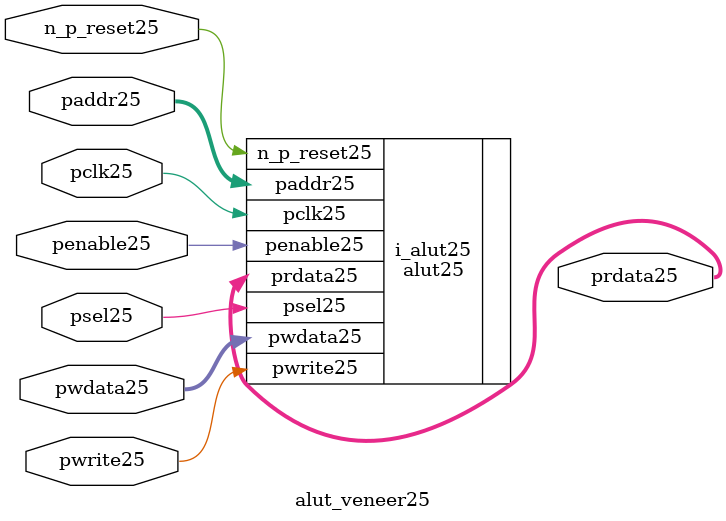
<source format=v>
module alut_veneer25
(   
   // Inputs25
   pclk25,
   n_p_reset25,
   psel25,            
   penable25,       
   pwrite25,         
   paddr25,           
   pwdata25,          

   // Outputs25
   prdata25  
);

   // APB25 Inputs25
   input             pclk25;               // APB25 clock25                          
   input             n_p_reset25;          // Reset25                              
   input             psel25;               // Module25 select25 signal25               
   input             penable25;            // Enable25 signal25                      
   input             pwrite25;             // Write when HIGH25 and read when LOW25  
   input [6:0]       paddr25;              // Address bus for read write         
   input [31:0]      pwdata25;             // APB25 write bus                      

   output [31:0]     prdata25;             // APB25 read bus                       


//-----------------------------------------------------------------------
//##############################################################################
// if the ALUT25 is NOT25 black25 boxed25 
//##############################################################################
`ifndef FV_KIT_BLACK_BOX_LUT25 


alut25 i_alut25 (
        //inputs25
        . n_p_reset25(n_p_reset25),
        . pclk25(pclk25),
        . psel25(psel25),
        . penable25(penable25),
        . pwrite25(pwrite25),
        . paddr25(paddr25[6:0]),
        . pwdata25(pwdata25),

        //outputs25
        . prdata25(prdata25)
);


`else 
//##############################################################################
// if the <module> is black25 boxed25 
//##############################################################################

   // APB25 Inputs25
   wire              pclk25;               // APB25 clock25                          
   wire              n_p_reset25;          // Reset25                              
   wire              psel25;               // Module25 select25 signal25               
   wire              penable25;            // Enable25 signal25                      
   wire              pwrite25;             // Write when HIGH25 and read when LOW25  
   wire  [6:0]       paddr25;              // Address bus for read write         
   wire  [31:0]      pwdata25;             // APB25 write bus                      

   reg   [31:0]      prdata25;             // APB25 read bus                       


`endif

endmodule

</source>
